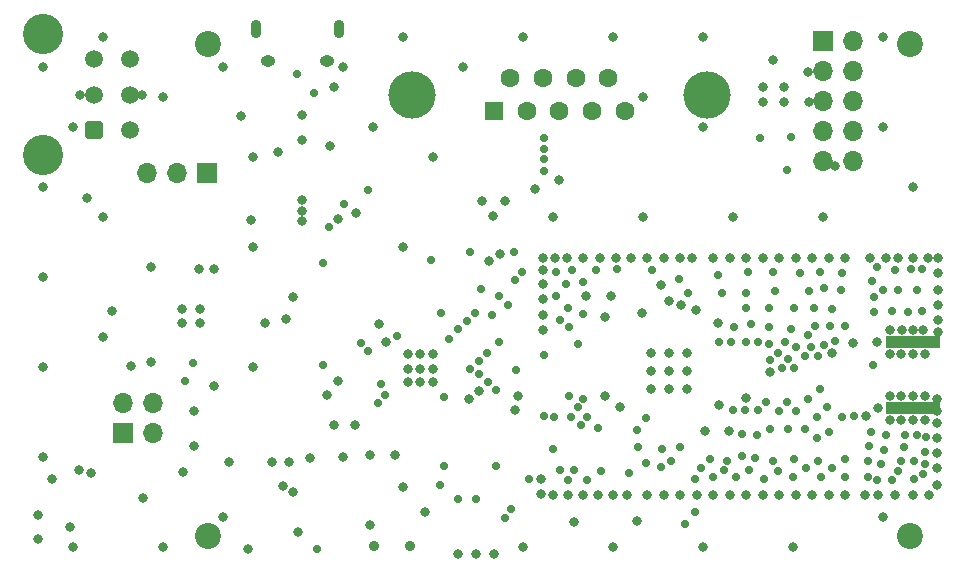
<source format=gbr>
%TF.GenerationSoftware,KiCad,Pcbnew,7.0.6*%
%TF.CreationDate,2023-10-05T23:14:00-06:00*%
%TF.ProjectId,CAN-USB RF Module,43414e2d-5553-4422-9052-46204d6f6475,1.0*%
%TF.SameCoordinates,Original*%
%TF.FileFunction,Soldermask,Bot*%
%TF.FilePolarity,Negative*%
%FSLAX46Y46*%
G04 Gerber Fmt 4.6, Leading zero omitted, Abs format (unit mm)*
G04 Created by KiCad (PCBNEW 7.0.6) date 2023-10-05 23:14:00*
%MOMM*%
%LPD*%
G01*
G04 APERTURE LIST*
G04 Aperture macros list*
%AMRoundRect*
0 Rectangle with rounded corners*
0 $1 Rounding radius*
0 $2 $3 $4 $5 $6 $7 $8 $9 X,Y pos of 4 corners*
0 Add a 4 corners polygon primitive as box body*
4,1,4,$2,$3,$4,$5,$6,$7,$8,$9,$2,$3,0*
0 Add four circle primitives for the rounded corners*
1,1,$1+$1,$2,$3*
1,1,$1+$1,$4,$5*
1,1,$1+$1,$6,$7*
1,1,$1+$1,$8,$9*
0 Add four rect primitives between the rounded corners*
20,1,$1+$1,$2,$3,$4,$5,0*
20,1,$1+$1,$4,$5,$6,$7,0*
20,1,$1+$1,$6,$7,$8,$9,0*
20,1,$1+$1,$8,$9,$2,$3,0*%
G04 Aperture macros list end*
%ADD10C,2.200000*%
%ADD11R,1.700000X1.700000*%
%ADD12O,1.700000X1.700000*%
%ADD13C,4.000000*%
%ADD14R,1.600000X1.600000*%
%ADD15C,1.600000*%
%ADD16O,0.890000X1.550000*%
%ADD17O,1.250000X0.950000*%
%ADD18C,0.900000*%
%ADD19RoundRect,0.250001X0.499999X-0.499999X0.499999X0.499999X-0.499999X0.499999X-0.499999X-0.499999X0*%
%ADD20C,1.500000*%
%ADD21C,3.410000*%
%ADD22R,4.560000X1.000000*%
%ADD23C,0.800000*%
%ADD24C,0.700000*%
G04 APERTURE END LIST*
D10*
%TO.C,H2*%
X173990000Y-115570000D03*
%TD*%
%TO.C,H3*%
X114554000Y-73914000D03*
%TD*%
D11*
%TO.C,J3*%
X107391200Y-106857800D03*
D12*
X107391200Y-104317800D03*
X109931200Y-106857800D03*
X109931200Y-104317800D03*
%TD*%
D13*
%TO.C,J6*%
X156826000Y-78232000D03*
X131826000Y-78232000D03*
D14*
X138786000Y-79652000D03*
D15*
X141556000Y-79652000D03*
X144326000Y-79652000D03*
X147096000Y-79652000D03*
X149866000Y-79652000D03*
X140171000Y-76812000D03*
X142941000Y-76812000D03*
X145711000Y-76812000D03*
X148481000Y-76812000D03*
%TD*%
D16*
%TO.C,J4*%
X125690000Y-72644000D03*
D17*
X124690000Y-75344000D03*
X119690000Y-75344000D03*
D16*
X118690000Y-72644000D03*
%TD*%
D18*
%TO.C,SW2*%
X128675000Y-116408000D03*
X131675000Y-116408000D03*
%TD*%
D19*
%TO.C,J2*%
X104947000Y-81232000D03*
D20*
X104947000Y-78232000D03*
X104947000Y-75232000D03*
X107947000Y-81232000D03*
X107947000Y-78232000D03*
X107947000Y-75232000D03*
D21*
X100627000Y-83382000D03*
X100627000Y-73082000D03*
%TD*%
D22*
%TO.C,J5*%
X174244000Y-104751000D03*
X174244000Y-99211000D03*
%TD*%
D11*
%TO.C,J1*%
X166624000Y-73660000D03*
D12*
X169164000Y-73660000D03*
X166624000Y-76200000D03*
X169164000Y-76200000D03*
X166624000Y-78740000D03*
X169164000Y-78740000D03*
X166624000Y-81280000D03*
X169164000Y-81280000D03*
X166624000Y-83820000D03*
X169164000Y-83820000D03*
%TD*%
D11*
%TO.C,JP1*%
X114539000Y-84836000D03*
D12*
X111999000Y-84836000D03*
X109459000Y-84836000D03*
%TD*%
D10*
%TO.C,H4*%
X114554000Y-115570000D03*
%TD*%
%TO.C,H1*%
X173990000Y-73914000D03*
%TD*%
D23*
X124690175Y-103632000D03*
X139336852Y-91698852D03*
X144309500Y-85433500D03*
X142240000Y-86233000D03*
X138684000Y-88519000D03*
X139700000Y-87249000D03*
X137795000Y-87249000D03*
X138409500Y-92329000D03*
X142922600Y-92075000D03*
D24*
X157861000Y-99187000D03*
X155194000Y-94996000D03*
D23*
X140591000Y-104902000D03*
X125614300Y-102504051D03*
X174244000Y-105791000D03*
X122503000Y-82042000D03*
D24*
X167132000Y-106807000D03*
D23*
X154559000Y-112141000D03*
X152066600Y-101615000D03*
X142748000Y-112014000D03*
X109728000Y-92837000D03*
D24*
X163576000Y-104267000D03*
X165481000Y-94869000D03*
D23*
X148844000Y-112141000D03*
X125982000Y-75856508D03*
D24*
X163703000Y-106553000D03*
D23*
X113411000Y-105029000D03*
D24*
X161036000Y-107061000D03*
D23*
X103632000Y-109982000D03*
D24*
X170688000Y-106807000D03*
D23*
X175514000Y-92075000D03*
D24*
X145161000Y-103759000D03*
X162814000Y-110109000D03*
D23*
X142748000Y-110744000D03*
D24*
X173609000Y-107061000D03*
X166370000Y-103124000D03*
D23*
X158750000Y-112141000D03*
X125982000Y-108876508D03*
X148209000Y-97028000D03*
X161544000Y-77597000D03*
X100582000Y-75856508D03*
D24*
X144018000Y-93218000D03*
D23*
X141222000Y-73316508D03*
X101346000Y-110744000D03*
X165354000Y-76327000D03*
X154606600Y-96001600D03*
D24*
X172720000Y-93091000D03*
D23*
X155956000Y-112141000D03*
X174244000Y-112141000D03*
X113792000Y-92964000D03*
D24*
X165100000Y-100330000D03*
X175387000Y-107188000D03*
X166243000Y-109220000D03*
X157099000Y-109093000D03*
D23*
X152908000Y-94361000D03*
X124931500Y-82550000D03*
D24*
X163703000Y-100584000D03*
D23*
X161544000Y-112141000D03*
D24*
X164084000Y-110617000D03*
X134585899Y-103834135D03*
X174625000Y-94742000D03*
X164211000Y-109093000D03*
D23*
X138811000Y-117094000D03*
D24*
X162433000Y-93218000D03*
X167259000Y-97790000D03*
D23*
X100203000Y-115824000D03*
D24*
X166370000Y-93218000D03*
X161798000Y-104267000D03*
D23*
X153590600Y-95696800D03*
X174244000Y-103759000D03*
X172720000Y-112141000D03*
X175260000Y-100203000D03*
X176323600Y-105029000D03*
X154559000Y-92075000D03*
D24*
X163449000Y-99187000D03*
D23*
X171323000Y-112141000D03*
X176276000Y-107315000D03*
D24*
X145542000Y-109982000D03*
D23*
X175260000Y-103759000D03*
X173228000Y-103759000D03*
X104340000Y-86995000D03*
D24*
X150241000Y-110236000D03*
X145288000Y-105537000D03*
D23*
X174244000Y-100203000D03*
X175641000Y-112141000D03*
X176403000Y-97282000D03*
X175260000Y-105791000D03*
D24*
X166751000Y-99441000D03*
X166116000Y-107315000D03*
X174625000Y-107061000D03*
X160147000Y-99187000D03*
D23*
X153162000Y-112141000D03*
X161544000Y-92075000D03*
D24*
X153162000Y-92075000D03*
D23*
X172339000Y-105791000D03*
X100582000Y-86016508D03*
X129032000Y-97663000D03*
X103122000Y-80936508D03*
X156462000Y-116496508D03*
X137522548Y-103320500D03*
X115062000Y-102870000D03*
X136142000Y-75856508D03*
X131062000Y-91096508D03*
X122174000Y-115257000D03*
X172339000Y-98171000D03*
D24*
X146685000Y-105537000D03*
D23*
X167417200Y-100089600D03*
D24*
X162433000Y-109220000D03*
D23*
X131476500Y-100175000D03*
D24*
X168529000Y-109093000D03*
D23*
X142922600Y-94234000D03*
X131476500Y-102588000D03*
X155114600Y-103139000D03*
D24*
X171196000Y-92837000D03*
D23*
X157353000Y-92075000D03*
X109728000Y-100838000D03*
X128522000Y-80936508D03*
D24*
X165100000Y-106553000D03*
X159258000Y-110617000D03*
D23*
X153162000Y-92075000D03*
D24*
X146304000Y-104013000D03*
X175006000Y-96520000D03*
D23*
X143762000Y-88556508D03*
X176276000Y-108585000D03*
X148717000Y-95250000D03*
D24*
X161163000Y-104902000D03*
D23*
X174242000Y-86016508D03*
X104648000Y-110236000D03*
D24*
X158115000Y-94996000D03*
X175260000Y-109474000D03*
D23*
X142922600Y-96853400D03*
D24*
X158496000Y-109220000D03*
D23*
X147574000Y-112141000D03*
X146304000Y-112141000D03*
X147748600Y-92075000D03*
X143938600Y-92075000D03*
D24*
X162052000Y-96266000D03*
X161671000Y-110744000D03*
X149225000Y-92964000D03*
X162814000Y-100076000D03*
D23*
X164338000Y-112141000D03*
X160147000Y-112141000D03*
X131062000Y-111416508D03*
D24*
X175260000Y-108458000D03*
D23*
X155114600Y-100091000D03*
X155114600Y-101615000D03*
X142922600Y-93091000D03*
X145002200Y-92075000D03*
D24*
X170942000Y-96647000D03*
D23*
X167640000Y-84270500D03*
X152066600Y-100091000D03*
D24*
X171831000Y-108331000D03*
D23*
X148842000Y-116496508D03*
X164338000Y-92075000D03*
D24*
X170912000Y-101094000D03*
D23*
X141222000Y-116496508D03*
X103787500Y-78232000D03*
D24*
X168529000Y-97790000D03*
D23*
X110742000Y-116496508D03*
D24*
X156337000Y-109855000D03*
D23*
X150051900Y-112141000D03*
X127089500Y-88265000D03*
D24*
X164338000Y-99568000D03*
X160147000Y-94996000D03*
D23*
X176403000Y-98298000D03*
X132520500Y-101445000D03*
X171323000Y-104775000D03*
D24*
X172466000Y-110871000D03*
D23*
X168529000Y-92075000D03*
X157781600Y-97551000D03*
X125222000Y-77597000D03*
X120486500Y-83104000D03*
X133602000Y-83476508D03*
D24*
X146304000Y-96774000D03*
X160147000Y-96266000D03*
D23*
X121793000Y-111887000D03*
D24*
X172466000Y-96520000D03*
X145923000Y-104648000D03*
D23*
X174244000Y-92075000D03*
X159002000Y-88556508D03*
X171702000Y-80936508D03*
X176403000Y-92075000D03*
X131062000Y-73316508D03*
D24*
X166243000Y-100330000D03*
X175133000Y-110363000D03*
X144399000Y-97282000D03*
D23*
X100582000Y-108876508D03*
X142922600Y-98171000D03*
X158750000Y-92075000D03*
D24*
X168529000Y-110617000D03*
D23*
X113919000Y-96393000D03*
D24*
X153035000Y-108204000D03*
D23*
X108966000Y-78232000D03*
X105662000Y-73316508D03*
X115822000Y-113956508D03*
D24*
X171196000Y-110871000D03*
D23*
X162941000Y-92075000D03*
X131496500Y-101420500D03*
X103122000Y-116496508D03*
D24*
X173482000Y-108077000D03*
X170561000Y-107950000D03*
D23*
X133635500Y-102588000D03*
X148209000Y-103774000D03*
D24*
X171704000Y-94742000D03*
X165608000Y-99568000D03*
D23*
X173355000Y-98171000D03*
D24*
X167386000Y-109855000D03*
X160528000Y-97663000D03*
D23*
X128270000Y-114681000D03*
D24*
X147447000Y-93091000D03*
X159766000Y-106934000D03*
D23*
X153590600Y-101615000D03*
X146558000Y-95250000D03*
X162179000Y-101727000D03*
D24*
X171958000Y-107061000D03*
X170434000Y-110617000D03*
X168148000Y-94742000D03*
X145034000Y-96266000D03*
D23*
X165735000Y-92075000D03*
D24*
X165989000Y-97790000D03*
X165862000Y-96266000D03*
D23*
X135763000Y-117094000D03*
X172974000Y-92075000D03*
D24*
X165354000Y-104013000D03*
X146177000Y-106172000D03*
X162560000Y-94869000D03*
D23*
X132492500Y-102588000D03*
D24*
X158242000Y-109982000D03*
D23*
X153590600Y-103139000D03*
D24*
X145415000Y-93091000D03*
D23*
X127000000Y-106172000D03*
X112506942Y-110192661D03*
D24*
X160274000Y-93218000D03*
X159004000Y-104902000D03*
D23*
X165481000Y-78867000D03*
D24*
X166751000Y-94615000D03*
X167640000Y-99060000D03*
X161163000Y-99187000D03*
X154432000Y-93853000D03*
D23*
X176323600Y-104013000D03*
D24*
X163195000Y-101346000D03*
D23*
X120904000Y-111379000D03*
X156462000Y-73316508D03*
X118362000Y-91096508D03*
X151765000Y-112141000D03*
X122569000Y-88057000D03*
D24*
X164211000Y-96266000D03*
D23*
X110742000Y-78396508D03*
X122569000Y-88950800D03*
X171958000Y-92075000D03*
D24*
X160020000Y-104902000D03*
D23*
X158734218Y-106737196D03*
X172339000Y-100203000D03*
D24*
X172974000Y-94742000D03*
D23*
X137287000Y-117094000D03*
X160147000Y-92075000D03*
X161544000Y-78867000D03*
X171196000Y-99187000D03*
X165735000Y-112141000D03*
D24*
X173863000Y-96647000D03*
D23*
X163322000Y-78867000D03*
D24*
X166497000Y-110617000D03*
D23*
X156462000Y-80936508D03*
X152066600Y-103139000D03*
X176276000Y-109855000D03*
D24*
X164338000Y-105029000D03*
X173228000Y-109220000D03*
X171577000Y-109474000D03*
D23*
X171702000Y-73316508D03*
D24*
X160909000Y-108966000D03*
X164719000Y-93345000D03*
D23*
X157353000Y-112141000D03*
D24*
X145034000Y-110871000D03*
X147828000Y-110109000D03*
D23*
X173228000Y-105791000D03*
D24*
X146685000Y-110871000D03*
D23*
X155575000Y-92075000D03*
X151342100Y-96701832D03*
D24*
X170434000Y-109220000D03*
D23*
X174244000Y-98171000D03*
D24*
X147574000Y-106426000D03*
X130585750Y-98649250D03*
D23*
X133635500Y-100175000D03*
X170648500Y-92075000D03*
X151382000Y-88556508D03*
D24*
X175006000Y-92964000D03*
X153797000Y-109220000D03*
D23*
X176403000Y-93345000D03*
X142922600Y-95504000D03*
D24*
X162052000Y-99314000D03*
D23*
X125222000Y-106172000D03*
X153590600Y-100091000D03*
D24*
X152908000Y-109728000D03*
D23*
X176323600Y-106045000D03*
X149145600Y-92075000D03*
D24*
X146304000Y-94107000D03*
X155829000Y-110744000D03*
D23*
X172339000Y-103759000D03*
X118362000Y-83476508D03*
X105662000Y-88556508D03*
D24*
X159766000Y-108839000D03*
X165227000Y-109855000D03*
X144907000Y-94234000D03*
X168275000Y-93345000D03*
X162179000Y-100711000D03*
D23*
X123241175Y-108988500D03*
X170307000Y-105410000D03*
X146351600Y-92075000D03*
X170180000Y-112141000D03*
X151382000Y-78396508D03*
D24*
X166116000Y-105537000D03*
X163957000Y-98044000D03*
X174117000Y-92964000D03*
D23*
X176276000Y-111252000D03*
X112395000Y-97536000D03*
X167132000Y-92075000D03*
X151765000Y-92075000D03*
X160147000Y-103886000D03*
X163322000Y-77597000D03*
D24*
X172974000Y-110109000D03*
X170815000Y-93980000D03*
X167005000Y-104648000D03*
D23*
X108077000Y-101219000D03*
X115822000Y-75856508D03*
D24*
X174371000Y-110744000D03*
D23*
X168529000Y-112141000D03*
X132492500Y-100175000D03*
D24*
X162941000Y-105029000D03*
D23*
X175133000Y-98171000D03*
D24*
X160401000Y-109982000D03*
D23*
X176403000Y-94742000D03*
D24*
X145161000Y-97917000D03*
X157734000Y-93472000D03*
D23*
X176403000Y-96012000D03*
X148842000Y-73316508D03*
X122580400Y-87172800D03*
X113919000Y-97536000D03*
X156625312Y-106714312D03*
X140843000Y-103759000D03*
D24*
X158877000Y-99187000D03*
X157353000Y-110617000D03*
X165354000Y-98552000D03*
D23*
X145034000Y-112141000D03*
X143764000Y-112141000D03*
D24*
X162179000Y-106553000D03*
D23*
X105662000Y-98716508D03*
X167132000Y-112141000D03*
X100582000Y-101256508D03*
X173228000Y-100203000D03*
D24*
X152146000Y-93091000D03*
X164211000Y-101346000D03*
X159131000Y-97917000D03*
D23*
X112395000Y-96393000D03*
D24*
X162052000Y-97917000D03*
X167386000Y-96393000D03*
D23*
X106426000Y-96520000D03*
D24*
X170942000Y-95377000D03*
D23*
X164082000Y-116496508D03*
X171702000Y-113956508D03*
X166622000Y-88556508D03*
D24*
X144018000Y-95250000D03*
D23*
X133655500Y-101420500D03*
X162941000Y-112141000D03*
X100582000Y-93636508D03*
D24*
X174371000Y-109220000D03*
D23*
X150415600Y-92075000D03*
X100203000Y-113792000D03*
X115062000Y-92964000D03*
X117983000Y-116731298D03*
X118362000Y-101256508D03*
D24*
X143002000Y-81893994D03*
X133477000Y-92202000D03*
X124293500Y-101092000D03*
X124293500Y-92456000D03*
X161290000Y-81915000D03*
X123825000Y-116713000D03*
X163957000Y-81788000D03*
D23*
X109093000Y-112395000D03*
D24*
X154940000Y-114554000D03*
D23*
X132969000Y-113538000D03*
X119380000Y-97536000D03*
X162433000Y-75311000D03*
X125603000Y-88773000D03*
X145542000Y-114427000D03*
X121793000Y-95377000D03*
X150876000Y-114300000D03*
X130429000Y-108712000D03*
X155880484Y-96444484D03*
X128270000Y-108712000D03*
X129650616Y-99170616D03*
X149479000Y-104648000D03*
X169172400Y-99241000D03*
X157889000Y-104521000D03*
X136653583Y-104013000D03*
X121412000Y-109347000D03*
X118187094Y-88821868D03*
X116332000Y-109347000D03*
X120015000Y-109347000D03*
X121194017Y-97211729D03*
X113411000Y-107950000D03*
D24*
X141192965Y-93225918D03*
X141732000Y-110744000D03*
X128143000Y-86308000D03*
X127520444Y-99261556D03*
X129558500Y-103659591D03*
X126064219Y-87470954D03*
X124841000Y-89408000D03*
X128943457Y-104330498D03*
X143807474Y-108207268D03*
X144399000Y-109982000D03*
X143891685Y-105537098D03*
X145923000Y-99365500D03*
X143001306Y-105409306D03*
X143002000Y-100290500D03*
X138596500Y-96861500D03*
X140500700Y-91559602D03*
X136525000Y-97361000D03*
X136779000Y-91567000D03*
X140208000Y-113284000D03*
X155829000Y-113538000D03*
X169291000Y-105410000D03*
X139954000Y-96012000D03*
X139192000Y-99187000D03*
X139231500Y-95250000D03*
X137707500Y-94702500D03*
X138235056Y-100081832D03*
X140629000Y-101503000D03*
X140589000Y-93892500D03*
X154559000Y-108077000D03*
X168275000Y-105537000D03*
X134326500Y-96686500D03*
X143002000Y-82793497D03*
X143002000Y-83693000D03*
X135019500Y-98933000D03*
X143002000Y-84709000D03*
X135763000Y-98044000D03*
X163576000Y-84582000D03*
X113307773Y-100915500D03*
X112649000Y-102489000D03*
D23*
X102870000Y-114808000D03*
X122569000Y-79960000D03*
X117409000Y-80010000D03*
D24*
X135763000Y-112505750D03*
X136779000Y-101421500D03*
X137541000Y-101912713D03*
X137287000Y-112477750D03*
X129230106Y-102770050D03*
X134239000Y-111289500D03*
X137199500Y-96686500D03*
X137509944Y-100806944D03*
X128142500Y-99921875D03*
X138977500Y-109690500D03*
X138977500Y-103251000D03*
X134569200Y-109690500D03*
X150952856Y-108037500D03*
X150876000Y-106652500D03*
X151627356Y-105574356D03*
X151638000Y-109387000D03*
X138303000Y-102596000D03*
X139718314Y-114057655D03*
X123519000Y-78105000D03*
X122090500Y-76472687D03*
M02*

</source>
